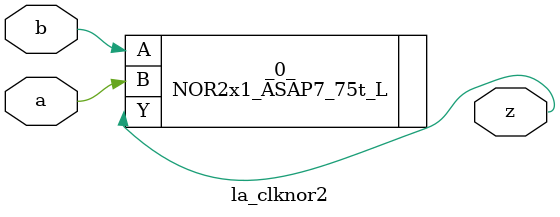
<source format=v>
/* Generated by Yosys 0.37 (git sha1 a5c7f69ed, clang 14.0.0-1ubuntu1.1 -fPIC -Os) */

module la_clknor2(a, b, z);
  input a;
  wire a;
  input b;
  wire b;
  output z;
  wire z;
  NOR2x1_ASAP7_75t_L _0_ (
    .A(b),
    .B(a),
    .Y(z)
  );
endmodule

</source>
